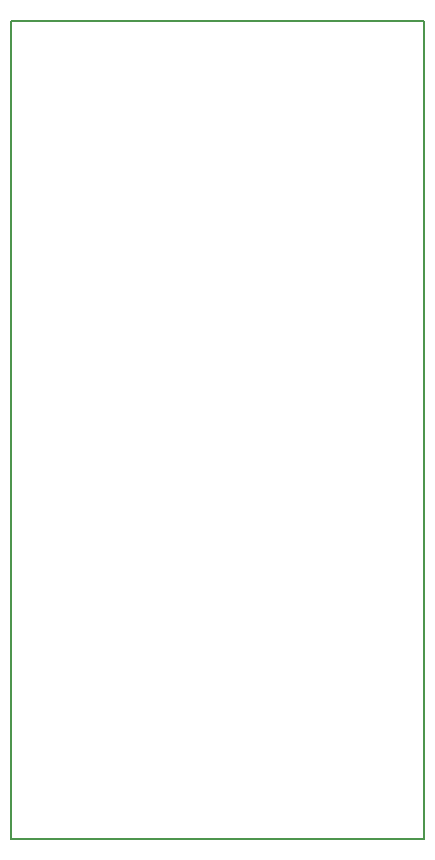
<source format=gbr>
G04 #@! TF.FileFunction,Profile,NP*
%FSLAX46Y46*%
G04 Gerber Fmt 4.6, Leading zero omitted, Abs format (unit mm)*
G04 Created by KiCad (PCBNEW 4.0.7) date 04/16/18 14:41:09*
%MOMM*%
%LPD*%
G01*
G04 APERTURE LIST*
%ADD10C,0.100000*%
%ADD11C,0.150000*%
G04 APERTURE END LIST*
D10*
D11*
X95885000Y-93980000D02*
X95885000Y-98425000D01*
X130810000Y-93980000D02*
X130810000Y-98425000D01*
X96520000Y-29210000D02*
X130810000Y-29210000D01*
X130810000Y-93980000D02*
X130810000Y-77470000D01*
X95885000Y-98425000D02*
X130810000Y-98425000D01*
X95885000Y-77470000D02*
X95885000Y-93980000D01*
X95885000Y-29210000D02*
X95885000Y-77470000D01*
X130810000Y-29210000D02*
X130810000Y-77470000D01*
X95885000Y-29210000D02*
X96520000Y-29210000D01*
M02*

</source>
